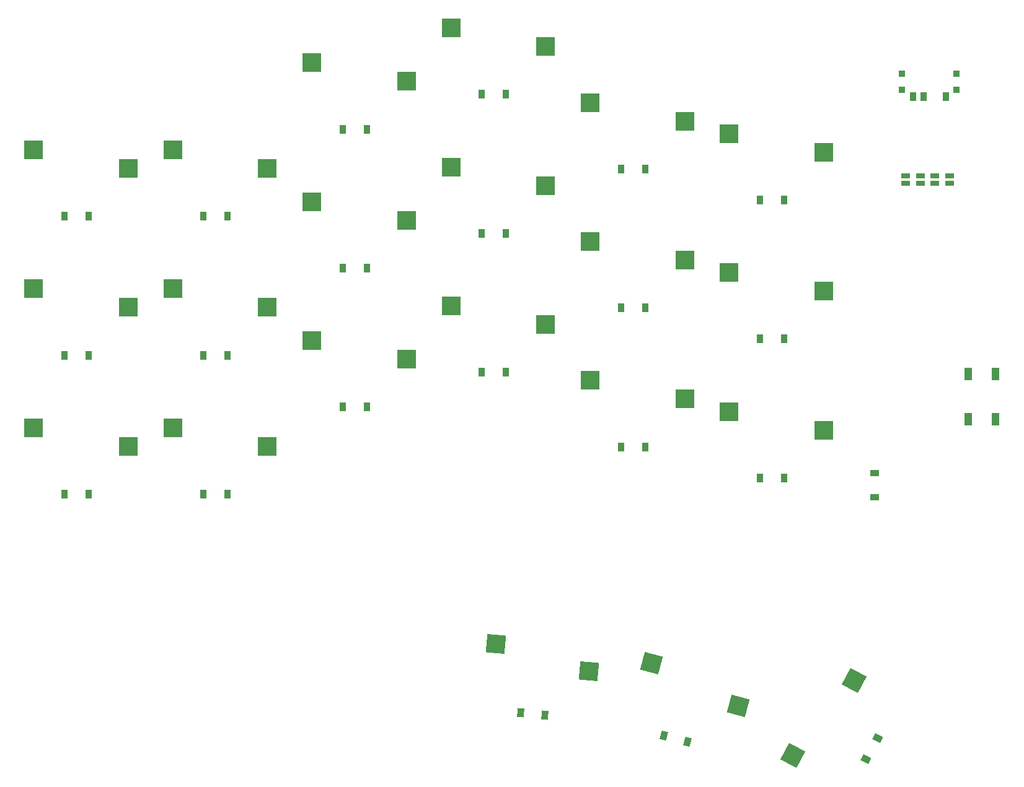
<source format=gbr>
%TF.GenerationSoftware,KiCad,Pcbnew,7.0.10*%
%TF.CreationDate,2024-02-08T10:53:14-05:00*%
%TF.ProjectId,kestrel,6b657374-7265-46c2-9e6b-696361645f70,v1.0.0*%
%TF.SameCoordinates,Original*%
%TF.FileFunction,Paste,Top*%
%TF.FilePolarity,Positive*%
%FSLAX46Y46*%
G04 Gerber Fmt 4.6, Leading zero omitted, Abs format (unit mm)*
G04 Created by KiCad (PCBNEW 7.0.10) date 2024-02-08 10:53:14*
%MOMM*%
%LPD*%
G01*
G04 APERTURE LIST*
G04 Aperture macros list*
%AMRotRect*
0 Rectangle, with rotation*
0 The origin of the aperture is its center*
0 $1 length*
0 $2 width*
0 $3 Rotation angle, in degrees counterclockwise*
0 Add horizontal line*
21,1,$1,$2,0,0,$3*%
G04 Aperture macros list end*
%ADD10R,0.900000X0.900000*%
%ADD11R,0.900000X1.250000*%
%ADD12R,1.100000X1.800000*%
%ADD13R,0.900000X1.200000*%
%ADD14R,2.550000X2.500000*%
%ADD15R,1.143000X0.635000*%
%ADD16RotRect,0.900000X1.200000X175.000000*%
%ADD17RotRect,0.900000X1.200000X165.000000*%
%ADD18RotRect,2.550000X2.500000X355.000000*%
%ADD19RotRect,2.550000X2.500000X345.000000*%
%ADD20RotRect,2.550000X2.500000X62.000000*%
%ADD21RotRect,0.900000X1.200000X242.000000*%
%ADD22R,1.200000X0.900000*%
G04 APERTURE END LIST*
D10*
%TO.C,T1*%
X254372400Y-96926400D03*
X254372400Y-99126400D03*
X261772400Y-96926400D03*
X261772400Y-99126400D03*
D11*
X260322400Y-100101400D03*
X257322400Y-100101400D03*
X255822400Y-100101400D03*
%TD*%
D12*
%TO.C,B1*%
X267106400Y-137972800D03*
X267106400Y-144172800D03*
X263406400Y-137972800D03*
X263406400Y-144172800D03*
%TD*%
D13*
%TO.C,D13*%
X219238000Y-147976000D03*
X215938000Y-147976000D03*
%TD*%
D14*
%TO.C,S8*%
X186673000Y-116996000D03*
X173746000Y-114456000D03*
%TD*%
%TO.C,S11*%
X205673000Y-112236000D03*
X192746000Y-109696000D03*
%TD*%
D13*
%TO.C,D14*%
X219238000Y-128976000D03*
X215938000Y-128976000D03*
%TD*%
D15*
%TO.C,J3*%
X258858000Y-110947200D03*
X258858000Y-111947960D03*
%TD*%
D14*
%TO.C,S15*%
X224673000Y-103436000D03*
X211746000Y-100896000D03*
%TD*%
%TO.C,S14*%
X224673000Y-122436000D03*
X211746000Y-119896000D03*
%TD*%
D16*
%TO.C,D19*%
X205583098Y-184654586D03*
X202295656Y-184366972D03*
%TD*%
D13*
%TO.C,D7*%
X181238000Y-142536000D03*
X177938000Y-142536000D03*
%TD*%
D15*
%TO.C,J7*%
X254858000Y-110947200D03*
X254858000Y-111947960D03*
%TD*%
D14*
%TO.C,S7*%
X186673000Y-135996000D03*
X173746000Y-133456000D03*
%TD*%
D13*
%TO.C,D18*%
X238238000Y-114226000D03*
X234938000Y-114226000D03*
%TD*%
D14*
%TO.C,S16*%
X243673000Y-145686000D03*
X230746000Y-143146000D03*
%TD*%
D13*
%TO.C,D8*%
X181238000Y-123536000D03*
X177938000Y-123536000D03*
%TD*%
%TO.C,D17*%
X238238000Y-133226000D03*
X234938000Y-133226000D03*
%TD*%
D14*
%TO.C,S13*%
X224673000Y-141436000D03*
X211746000Y-138896000D03*
%TD*%
%TO.C,S1*%
X148673000Y-147896000D03*
X135746000Y-145356000D03*
%TD*%
D13*
%TO.C,D2*%
X143238000Y-135436000D03*
X139938000Y-135436000D03*
%TD*%
D15*
%TO.C,J5*%
X256858000Y-110947200D03*
X256858000Y-111947960D03*
%TD*%
D13*
%TO.C,D4*%
X162238000Y-154436000D03*
X158938000Y-154436000D03*
%TD*%
%TO.C,D5*%
X162238000Y-135436000D03*
X158938000Y-135436000D03*
%TD*%
%TO.C,D3*%
X143238000Y-116436000D03*
X139938000Y-116436000D03*
%TD*%
%TO.C,D11*%
X200238000Y-118776000D03*
X196938000Y-118776000D03*
%TD*%
%TO.C,D10*%
X200238000Y-137776000D03*
X196938000Y-137776000D03*
%TD*%
D17*
%TO.C,D20*%
X225046751Y-188290103D03*
X221859195Y-187436001D03*
%TD*%
D14*
%TO.C,S5*%
X167673000Y-128896000D03*
X154746000Y-126356000D03*
%TD*%
D18*
%TO.C,S19*%
X211567415Y-178613164D03*
X198910982Y-174956167D03*
%TD*%
D14*
%TO.C,S4*%
X167673000Y-147896000D03*
X154746000Y-145356000D03*
%TD*%
%TO.C,S12*%
X205673000Y-93236000D03*
X192746000Y-90696000D03*
%TD*%
D13*
%TO.C,D1*%
X143238000Y-154436000D03*
X139938000Y-154436000D03*
%TD*%
%TO.C,D6*%
X162238000Y-116436000D03*
X158938000Y-116436000D03*
%TD*%
D14*
%TO.C,S17*%
X243673000Y-126686000D03*
X230746000Y-124146000D03*
%TD*%
%TO.C,S9*%
X186673000Y-97996000D03*
X173746000Y-95456000D03*
%TD*%
%TO.C,S2*%
X148673000Y-128896000D03*
X135746000Y-126356000D03*
%TD*%
D13*
%TO.C,D15*%
X219238000Y-109976000D03*
X215938000Y-109976000D03*
%TD*%
D19*
%TO.C,S20*%
X231989234Y-183379630D03*
X220160111Y-177580425D03*
%TD*%
D15*
%TO.C,J1*%
X260858000Y-110947200D03*
X260858000Y-111947960D03*
%TD*%
D20*
%TO.C,S21*%
X247771025Y-179916704D03*
X239459479Y-190138109D03*
%TD*%
D13*
%TO.C,D16*%
X238238000Y-152226000D03*
X234938000Y-152226000D03*
%TD*%
D14*
%TO.C,S3*%
X148673000Y-109896000D03*
X135746000Y-107356000D03*
%TD*%
D13*
%TO.C,D12*%
X200238000Y-99776000D03*
X196938000Y-99776000D03*
%TD*%
D14*
%TO.C,S6*%
X167673000Y-109896000D03*
X154746000Y-107356000D03*
%TD*%
D21*
%TO.C,D21*%
X250993925Y-187785867D03*
X249444669Y-190699595D03*
%TD*%
D14*
%TO.C,S10*%
X205673000Y-131236000D03*
X192746000Y-128696000D03*
%TD*%
D13*
%TO.C,D9*%
X181238000Y-104536000D03*
X177938000Y-104536000D03*
%TD*%
D14*
%TO.C,S18*%
X243673000Y-107686000D03*
X230746000Y-105146000D03*
%TD*%
D22*
%TO.C,D22*%
X250588000Y-151576000D03*
X250588000Y-154876000D03*
%TD*%
M02*

</source>
